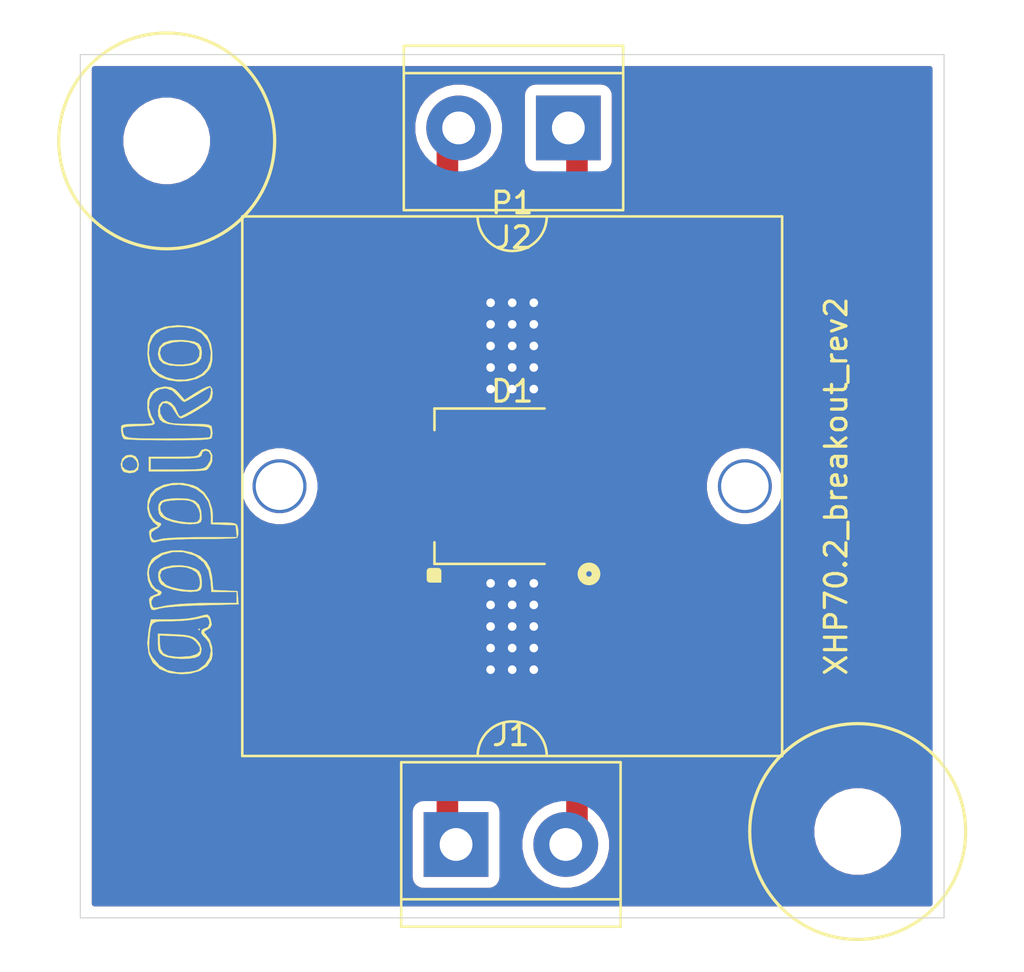
<source format=kicad_pcb>
(kicad_pcb (version 20171130) (host pcbnew "(5.1.0)-1")

  (general
    (thickness 1.6)
    (drawings 15)
    (tracks 71)
    (zones 0)
    (modules 7)
    (nets 6)
  )

  (page A4)
  (layers
    (0 F.Cu signal)
    (31 B.Cu signal)
    (32 B.Adhes user)
    (33 F.Adhes user)
    (34 B.Paste user)
    (35 F.Paste user)
    (36 B.SilkS user)
    (37 F.SilkS user)
    (38 B.Mask user)
    (39 F.Mask user)
    (40 Dwgs.User user)
    (41 Cmts.User user)
    (42 Eco1.User user)
    (43 Eco2.User user)
    (44 Edge.Cuts user)
    (45 Margin user)
    (46 B.CrtYd user)
    (47 F.CrtYd user)
    (48 B.Fab user)
    (49 F.Fab user)
  )

  (setup
    (last_trace_width 0.25)
    (user_trace_width 1)
    (trace_clearance 0.2)
    (zone_clearance 0.508)
    (zone_45_only no)
    (trace_min 0.2)
    (via_size 0.8)
    (via_drill 0.4)
    (via_min_size 0.4)
    (via_min_drill 0.3)
    (uvia_size 0.3)
    (uvia_drill 0.1)
    (uvias_allowed no)
    (uvia_min_size 0.2)
    (uvia_min_drill 0.1)
    (edge_width 0.05)
    (segment_width 0.2)
    (pcb_text_width 0.3)
    (pcb_text_size 1.5 1.5)
    (mod_edge_width 0.12)
    (mod_text_size 1 1)
    (mod_text_width 0.15)
    (pad_size 1.524 1.524)
    (pad_drill 0.762)
    (pad_to_mask_clearance 0.051)
    (solder_mask_min_width 0.25)
    (aux_axis_origin 0 0)
    (grid_origin 10 10)
    (visible_elements 7FFFFFFF)
    (pcbplotparams
      (layerselection 0x010fc_ffffffff)
      (usegerberextensions true)
      (usegerberattributes false)
      (usegerberadvancedattributes false)
      (creategerberjobfile false)
      (excludeedgelayer true)
      (linewidth 0.100000)
      (plotframeref false)
      (viasonmask false)
      (mode 1)
      (useauxorigin false)
      (hpglpennumber 1)
      (hpglpenspeed 20)
      (hpglpendiameter 15.000000)
      (psnegative false)
      (psa4output false)
      (plotreference true)
      (plotvalue true)
      (plotinvisibletext false)
      (padsonsilk false)
      (subtractmaskfromsilk false)
      (outputformat 1)
      (mirror false)
      (drillshape 0)
      (scaleselection 1)
      (outputdirectory "Gerber/"))
  )

  (net 0 "")
  (net 1 "Net-(D1-Pad2)")
  (net 2 "Net-(D1-Pad4)")
  (net 3 "Net-(D1-Pad5)")
  (net 4 "Net-(D1-Pad3)")
  (net 5 "Net-(D1-Pad1)")

  (net_class Default "This is the default net class."
    (clearance 0.2)
    (trace_width 0.25)
    (via_dia 0.8)
    (via_drill 0.4)
    (uvia_dia 0.3)
    (uvia_drill 0.1)
    (add_net "Net-(D1-Pad1)")
    (add_net "Net-(D1-Pad2)")
    (add_net "Net-(D1-Pad3)")
    (add_net "Net-(D1-Pad4)")
    (add_net "Net-(D1-Pad5)")
  )

  (module sense:Appiko_Logo_2 (layer F.Cu) (tedit 5C021CA6) (tstamp 5D602D11)
    (at 14.6 32.9 90)
    (fp_text reference G*** (at 0.07 -4.46 90) (layer F.SilkS) hide
      (effects (font (size 1.524 1.524) (thickness 0.3)))
    )
    (fp_text value Appiko_Logo_2 (at -0.1 -8.89 90) (layer F.SilkS) hide
      (effects (font (size 1.524 1.524) (thickness 0.3)))
    )
    (fp_poly (pts (xy 9.339914 -0.941537) (xy 9.542887 -0.747237) (xy 9.654506 -0.418071) (xy 9.676789 0.050323)
      (xy 9.656832 0.321177) (xy 9.599833 0.674849) (xy 9.501777 0.890187) (xy 9.33804 0.997392)
      (xy 9.083996 1.026665) (xy 9.081584 1.026666) (xy 8.832262 0.997706) (xy 8.671312 0.887341)
      (xy 8.608853 0.803257) (xy 8.510476 0.559845) (xy 8.466278 0.197548) (xy 8.465001 0.134842)
      (xy 8.538462 0.134842) (xy 8.580266 0.468279) (xy 8.670427 0.719898) (xy 8.708408 0.772013)
      (xy 8.92956 0.911168) (xy 9.179984 0.920994) (xy 9.399371 0.807981) (xy 9.488987 0.688)
      (xy 9.578437 0.393662) (xy 9.60196 0.040937) (xy 9.565738 -0.316801) (xy 9.475953 -0.62618)
      (xy 9.338787 -0.833827) (xy 9.310158 -0.855871) (xy 9.079938 -0.918106) (xy 8.833534 -0.849164)
      (xy 8.70469 -0.746572) (xy 8.600525 -0.533563) (xy 8.545165 -0.219432) (xy 8.538462 0.134842)
      (xy 8.465001 0.134842) (xy 8.46247 0.010666) (xy 8.493383 -0.447488) (xy 8.59126 -0.760495)
      (xy 8.763812 -0.941833) (xy 9.018749 -1.004984) (xy 9.04357 -1.005334) (xy 9.339914 -0.941537)) (layer F.SilkS) (width 0.01))
    (fp_poly (pts (xy -3.694667 0.899666) (xy -3.737 0.942) (xy -3.779334 0.899666) (xy -3.737 0.857333)
      (xy -3.694667 0.899666)) (layer F.SilkS) (width 0.01))
    (fp_poly (pts (xy -3.96141 -0.249399) (xy -3.985343 0.151466) (xy -4.025785 0.426898) (xy -4.091848 0.620634)
      (xy -4.168705 0.745434) (xy -4.381655 0.933283) (xy -4.630276 1.01381) (xy -4.860933 0.977293)
      (xy -4.971879 0.891027) (xy -5.048452 0.70357) (xy -5.089769 0.405368) (xy -5.096827 0.051085)
      (xy -5.096665 0.048876) (xy -5.007 0.048876) (xy -4.975807 0.49025) (xy -4.885977 0.787726)
      (xy -4.743132 0.936079) (xy -4.552896 0.930084) (xy -4.320893 0.764515) (xy -4.280926 0.723562)
      (xy -4.176285 0.590314) (xy -4.11041 0.432203) (xy -4.071733 0.20341) (xy -4.048687 -0.141885)
      (xy -4.045812 -0.207771) (xy -4.015957 -0.920667) (xy -4.35019 -0.920667) (xy -4.641785 -0.884712)
      (xy -4.837607 -0.76203) (xy -4.952713 -0.530397) (xy -5.002159 -0.167587) (xy -5.007 0.048876)
      (xy -5.096665 0.048876) (xy -5.070618 -0.304614) (xy -5.012138 -0.607067) (xy -4.941549 -0.775868)
      (xy -4.826779 -0.915666) (xy -4.681971 -0.983863) (xy -4.44589 -1.004689) (xy -4.361625 -1.005334)
      (xy -3.931819 -1.005334) (xy -3.96141 -0.249399)) (layer F.SilkS) (width 0.01))
    (fp_poly (pts (xy 2.046205 -0.976944) (xy 2.195988 -0.881791) (xy 2.286669 -0.680228) (xy 2.331274 -0.348994)
      (xy 2.34155 -0.065247) (xy 2.318248 0.386984) (xy 2.222847 0.700606) (xy 2.041529 0.895997)
      (xy 1.760474 0.993535) (xy 1.612396 1.010026) (xy 1.370691 1.017054) (xy 1.245234 0.981119)
      (xy 1.184122 0.87923) (xy 1.165347 0.811998) (xy 1.145956 0.610205) (xy 1.214909 0.610205)
      (xy 1.244433 0.809306) (xy 1.366384 0.920795) (xy 1.575166 0.946307) (xy 1.815117 0.891354)
      (xy 2.030577 0.76145) (xy 2.064813 0.728048) (xy 2.173426 0.589431) (xy 2.233 0.430682)
      (xy 2.256092 0.198943) (xy 2.256664 -0.079427) (xy 2.236782 -0.411135) (xy 2.193407 -0.671055)
      (xy 2.141173 -0.80109) (xy 1.960413 -0.906656) (xy 1.743063 -0.877374) (xy 1.534971 -0.726309)
      (xy 1.444901 -0.602691) (xy 1.351183 -0.366821) (xy 1.275678 -0.044258) (xy 1.227287 0.302313)
      (xy 1.214909 0.610205) (xy 1.145956 0.610205) (xy 1.135569 0.502126) (xy 1.162347 0.110408)
      (xy 1.235906 -0.289204) (xy 1.346472 -0.622754) (xy 1.358285 -0.647785) (xy 1.485682 -0.859121)
      (xy 1.635297 -0.95745) (xy 1.824295 -0.988948) (xy 2.046205 -0.976944)) (layer F.SilkS) (width 0.01))
    (fp_poly (pts (xy -1.092282 -0.982916) (xy -0.949011 -0.901746) (xy -0.854848 -0.715808) (xy -0.786082 -0.395471)
      (xy -0.774681 -0.321981) (xy -0.761349 0.049421) (xy -0.817102 0.424137) (xy -0.928576 0.739884)
      (xy -1.035952 0.895856) (xy -1.219289 0.986849) (xy -1.503845 1.026207) (xy -1.540102 1.026666)
      (xy -1.777928 1.014709) (xy -1.90033 0.960668) (xy -1.960569 0.837289) (xy -1.968456 0.807471)
      (xy -1.987193 0.610246) (xy -1.917768 0.610246) (xy -1.888234 0.809306) (xy -1.768367 0.913887)
      (xy -1.55906 0.944904) (xy -1.321733 0.905703) (xy -1.117804 0.799631) (xy -1.081347 0.76534)
      (xy -0.949801 0.556292) (xy -0.86244 0.299067) (xy -0.861795 0.29567) (xy -0.837946 -0.000905)
      (xy -0.859543 -0.323218) (xy -0.917719 -0.612177) (xy -1.003603 -0.80869) (xy -1.032211 -0.839772)
      (xy -1.237165 -0.914158) (xy -1.460003 -0.84551) (xy -1.658507 -0.649099) (xy -1.687619 -0.602691)
      (xy -1.781406 -0.366836) (xy -1.856966 -0.044264) (xy -1.905389 0.302328) (xy -1.917768 0.610246)
      (xy -1.987193 0.610246) (xy -1.997516 0.501595) (xy -1.970718 0.113186) (xy -1.89787 -0.284205)
      (xy -1.788781 -0.617029) (xy -1.774382 -0.647785) (xy -1.646985 -0.859121) (xy -1.49737 -0.95745)
      (xy -1.308371 -0.988948) (xy -1.092282 -0.982916)) (layer F.SilkS) (width 0.01))
    (fp_poly (pts (xy 4.173552 -2.657858) (xy 4.325897 -2.48186) (xy 4.357747 -2.245541) (xy 4.283022 -2.049213)
      (xy 4.129235 -1.938936) (xy 3.900544 -1.892356) (xy 3.68418 -1.924333) (xy 3.650166 -1.941402)
      (xy 3.539898 -2.09288) (xy 3.506655 -2.310545) (xy 3.610173 -2.310545) (xy 3.642503 -2.108849)
      (xy 3.672245 -2.062568) (xy 3.809091 -1.952008) (xy 3.972502 -1.96475) (xy 4.100232 -2.024313)
      (xy 4.237168 -2.170512) (xy 4.254484 -2.356671) (xy 4.176009 -2.532772) (xy 4.025573 -2.648795)
      (xy 3.827002 -2.65472) (xy 3.803735 -2.646691) (xy 3.670117 -2.517368) (xy 3.610173 -2.310545)
      (xy 3.506655 -2.310545) (xy 3.504755 -2.322982) (xy 3.552781 -2.554852) (xy 3.580514 -2.606945)
      (xy 3.712171 -2.691324) (xy 3.923079 -2.726885) (xy 3.925333 -2.726889) (xy 4.173552 -2.657858)) (layer F.SilkS) (width 0.01))
    (fp_poly (pts (xy 9.509786 -1.467913) (xy 9.877542 -1.327691) (xy 10.13685 -1.065271) (xy 10.293879 -0.673781)
      (xy 10.354801 -0.146349) (xy 10.355933 -0.01322) (xy 10.302407 0.54392) (xy 10.146944 0.968687)
      (xy 9.883919 1.267985) (xy 9.507709 1.448714) (xy 9.112304 1.51318) (xy 8.746541 1.513141)
      (xy 8.467813 1.448197) (xy 8.328 1.382087) (xy 8.062943 1.146204) (xy 7.877923 0.799741)
      (xy 7.773856 0.381828) (xy 7.76671 0.236863) (xy 7.835373 0.236863) (xy 7.918227 0.659482)
      (xy 8.095846 1.021745) (xy 8.357023 1.2759) (xy 8.717408 1.416791) (xy 9.130597 1.441553)
      (xy 9.525892 1.349901) (xy 9.662273 1.281124) (xy 9.975732 1.02409) (xy 10.171547 0.693046)
      (xy 10.263576 0.258684) (xy 10.275016 -0.014705) (xy 10.241815 -0.494218) (xy 10.131851 -0.852559)
      (xy 9.930491 -1.126078) (xy 9.776707 -1.252659) (xy 9.452886 -1.392015) (xy 9.060946 -1.429081)
      (xy 8.667887 -1.363627) (xy 8.42891 -1.257268) (xy 8.144053 -0.993177) (xy 7.949421 -0.629462)
      (xy 7.846149 -0.206117) (xy 7.835373 0.236863) (xy 7.76671 0.236863) (xy 7.75166 -0.068401)
      (xy 7.812252 -0.511816) (xy 7.956548 -0.909285) (xy 8.185466 -1.221675) (xy 8.265411 -1.288987)
      (xy 8.535318 -1.41859) (xy 8.927186 -1.485832) (xy 9.027411 -1.492809) (xy 9.509786 -1.467913)) (layer F.SilkS) (width 0.01))
    (fp_poly (pts (xy 5.682166 -2.708039) (xy 5.737056 -2.646106) (xy 5.770987 -2.459952) (xy 5.786427 -2.131458)
      (xy 5.788 -1.93062) (xy 5.790653 -1.571237) (xy 5.80207 -1.355624) (xy 5.82744 -1.258254)
      (xy 5.871949 -1.253603) (xy 5.917721 -1.292294) (xy 6.14068 -1.419909) (xy 6.462206 -1.490676)
      (xy 6.817651 -1.492852) (xy 6.93164 -1.476466) (xy 7.234287 -1.342928) (xy 7.43119 -1.085746)
      (xy 7.510469 -0.722216) (xy 7.511035 -0.63297) (xy 7.478013 -0.38394) (xy 7.368225 -0.192051)
      (xy 7.201793 -0.030399) (xy 6.901545 0.229145) (xy 7.240194 0.761776) (xy 7.398638 1.035318)
      (xy 7.503617 1.264659) (xy 7.535104 1.405113) (xy 7.532745 1.414537) (xy 7.419191 1.503915)
      (xy 7.216734 1.531033) (xy 6.994519 1.494415) (xy 6.862555 1.428833) (xy 6.750305 1.304301)
      (xy 6.593269 1.080265) (xy 6.417959 0.801349) (xy 6.250886 0.512183) (xy 6.118561 0.257391)
      (xy 6.047496 0.081602) (xy 6.042 0.047583) (xy 6.111622 -0.060712) (xy 6.282714 -0.179353)
      (xy 6.317951 -0.197003) (xy 6.582425 -0.366416) (xy 6.733115 -0.555937) (xy 6.750412 -0.735685)
      (xy 6.713827 -0.800302) (xy 6.52405 -0.911502) (xy 6.282702 -0.903931) (xy 6.050169 -0.785854)
      (xy 5.963478 -0.697582) (xy 5.885505 -0.579172) (xy 5.834447 -0.436582) (xy 5.804829 -0.2331)
      (xy 5.791174 0.067985) (xy 5.788 0.478692) (xy 5.784256 0.904929) (xy 5.770483 1.190572)
      (xy 5.742862 1.364248) (xy 5.697579 1.454583) (xy 5.654075 1.483274) (xy 5.353225 1.524982)
      (xy 5.131833 1.478593) (xy 5.096003 1.422134) (xy 5.068631 1.274817) (xy 5.048896 1.020907)
      (xy 5.035977 0.644669) (xy 5.029053 0.130367) (xy 5.027296 -0.525556) (xy 5.029734 -0.989676)
      (xy 5.110655 -0.989676) (xy 5.110666 -0.598769) (xy 5.113199 -0.042253) (xy 5.120299 0.456986)
      (xy 5.13122 0.874249) (xy 5.145215 1.184836) (xy 5.161538 1.364048) (xy 5.170998 1.397442)
      (xy 5.292925 1.434526) (xy 5.446164 1.43272) (xy 5.536395 1.417286) (xy 5.598308 1.376744)
      (xy 5.63891 1.282392) (xy 5.665207 1.105528) (xy 5.684205 0.817453) (xy 5.702909 0.389464)
      (xy 5.703333 0.379173) (xy 5.733398 -0.139887) (xy 5.78186 -0.512843) (xy 5.860181 -0.762779)
      (xy 5.979824 -0.912782) (xy 6.152254 -0.985938) (xy 6.388934 -1.005333) (xy 6.39081 -1.005334)
      (xy 6.658353 -0.948937) (xy 6.811169 -0.804747) (xy 6.848434 -0.61027) (xy 6.769328 -0.403009)
      (xy 6.573027 -0.220467) (xy 6.409718 -0.142336) (xy 6.222549 -0.059171) (xy 6.129082 0.012698)
      (xy 6.126666 0.021607) (xy 6.167913 0.125387) (xy 6.27483 0.328859) (xy 6.422184 0.588851)
      (xy 6.584743 0.862189) (xy 6.737271 1.105701) (xy 6.854537 1.276214) (xy 6.874928 1.301833)
      (xy 7.001757 1.383462) (xy 7.186432 1.439187) (xy 7.364691 1.458013) (xy 7.47227 1.428944)
      (xy 7.481333 1.405591) (xy 7.439281 1.31764) (xy 7.328164 1.12596) (xy 7.17054 0.869226)
      (xy 7.142666 0.824942) (xy 6.978929 0.55555) (xy 6.858705 0.338434) (xy 6.804922 0.215369)
      (xy 6.804 0.207939) (xy 6.866151 0.109582) (xy 7.01984 -0.031304) (xy 7.062255 -0.063759)
      (xy 7.33105 -0.33818) (xy 7.43902 -0.639463) (xy 7.388821 -0.939607) (xy 7.188718 -1.226995)
      (xy 6.897572 -1.392) (xy 6.549344 -1.42646) (xy 6.177999 -1.322218) (xy 6.060625 -1.258716)
      (xy 5.90987 -1.173925) (xy 5.809615 -1.154031) (xy 5.74804 -1.221626) (xy 5.71333 -1.399299)
      (xy 5.693667 -1.709641) (xy 5.683836 -1.979) (xy 5.669051 -2.315399) (xy 5.646303 -2.515148)
      (xy 5.605964 -2.610921) (xy 5.538404 -2.635395) (xy 5.491666 -2.631145) (xy 5.370726 -2.611954)
      (xy 5.278523 -2.581172) (xy 5.21116 -2.518024) (xy 5.164744 -2.401736) (xy 5.13538 -2.211531)
      (xy 5.119174 -1.926637) (xy 5.11223 -1.526276) (xy 5.110655 -0.989676) (xy 5.029734 -0.989676)
      (xy 5.030254 -1.088501) (xy 5.037841 -1.596749) (xy 5.049282 -2.025171) (xy 5.063803 -2.348637)
      (xy 5.080627 -2.542015) (xy 5.090796 -2.584165) (xy 5.225197 -2.66558) (xy 5.462823 -2.70922)
      (xy 5.682166 -2.708039)) (layer F.SilkS) (width 0.01))
    (fp_poly (pts (xy 4.264 -0.277741) (xy 4.265717 0.185675) (xy 4.273333 0.507064) (xy 4.290542 0.713718)
      (xy 4.321037 0.832929) (xy 4.368514 0.89199) (xy 4.425505 0.91542) (xy 4.583826 1.028961)
      (xy 4.633564 1.213746) (xy 4.557151 1.398227) (xy 4.546748 1.409156) (xy 4.327092 1.518665)
      (xy 4.050414 1.50309) (xy 3.883 1.433494) (xy 3.7204 1.317891) (xy 3.651463 1.245569)
      (xy 3.62974 1.132526) (xy 3.611149 0.882002) (xy 3.597151 0.525838) (xy 3.589207 0.095878)
      (xy 3.587963 -0.1375) (xy 3.586752 -1.344) (xy 3.671333 -1.344) (xy 3.671333 -0.119632)
      (xy 3.672874 0.362157) (xy 3.680111 0.704184) (xy 3.696966 0.936008) (xy 3.727359 1.08719)
      (xy 3.775211 1.187292) (xy 3.844444 1.265874) (xy 3.856631 1.277368) (xy 4.092292 1.418985)
      (xy 4.331394 1.438933) (xy 4.49445 1.355016) (xy 4.552398 1.211157) (xy 4.501276 1.075378)
      (xy 4.391 1.026666) (xy 4.309358 1.002742) (xy 4.251191 0.915698) (xy 4.212821 0.742625)
      (xy 4.190573 0.460615) (xy 4.180771 0.046759) (xy 4.179333 -0.292592) (xy 4.179333 -1.344)
      (xy 3.671333 -1.344) (xy 3.586752 -1.344) (xy 3.586666 -1.428667) (xy 4.264 -1.428667)
      (xy 4.264 -0.277741)) (layer F.SilkS) (width 0.01))
    (fp_poly (pts (xy -3.760265 -1.434348) (xy -3.698835 -1.421651) (xy -3.271334 -1.329969) (xy -3.269314 -0.469151)
      (xy -3.26019 0.022143) (xy -3.230058 0.407442) (xy -3.170799 0.749593) (xy -3.074293 1.111442)
      (xy -3.058318 1.164087) (xy -3.049238 1.297253) (xy -3.149348 1.387486) (xy -3.284608 1.44194)
      (xy -3.512425 1.485938) (xy -3.670349 1.409474) (xy -3.801605 1.189728) (xy -3.813295 1.162826)
      (xy -3.886801 1.136996) (xy -3.971415 1.213838) (xy -4.213503 1.395608) (xy -4.546538 1.503983)
      (xy -4.902417 1.523687) (xy -5.134 1.474601) (xy -5.433459 1.277254) (xy -5.652053 0.945827)
      (xy -5.780241 0.499818) (xy -5.811334 0.090505) (xy -5.809129 0.069725) (xy -5.726667 0.069725)
      (xy -5.705265 0.425512) (xy -5.648591 0.726862) (xy -5.601359 0.854062) (xy -5.357991 1.180143)
      (xy -5.047376 1.382187) (xy -4.703659 1.446658) (xy -4.360986 1.360025) (xy -4.345268 1.351896)
      (xy -4.151251 1.2098) (xy -4.052184 1.101443) (xy -3.916275 1.004631) (xy -3.774359 1.016194)
      (xy -3.696499 1.126155) (xy -3.694667 1.152358) (xy -3.624983 1.313449) (xy -3.455501 1.384889)
      (xy -3.303171 1.362258) (xy -3.202613 1.313156) (xy -3.16383 1.235978) (xy -3.181091 1.084105)
      (xy -3.239671 0.845557) (xy -3.292235 0.553957) (xy -3.332439 0.161573) (xy -3.354 -0.263156)
      (xy -3.356 -0.42206) (xy -3.358008 -0.823102) (xy -3.382414 -1.086772) (xy -3.456791 -1.244953)
      (xy -3.608713 -1.329528) (xy -3.865753 -1.372381) (xy -4.202667 -1.401048) (xy -4.522514 -1.418146)
      (xy -4.738907 -1.397591) (xy -4.915743 -1.327559) (xy -5.047319 -1.244743) (xy -5.408443 -0.933762)
      (xy -5.625772 -0.575838) (xy -5.719368 -0.13215) (xy -5.726667 0.069725) (xy -5.809129 0.069725)
      (xy -5.751377 -0.47446) (xy -5.573893 -0.918512) (xy -5.282461 -1.239088) (xy -4.880659 -1.433628)
      (xy -4.372068 -1.499568) (xy -3.760265 -1.434348)) (layer F.SilkS) (width 0.01))
    (fp_poly (pts (xy 2.213637 -1.480666) (xy 2.540455 -1.355459) (xy 2.790051 -1.105478) (xy 2.96145 -0.743399)
      (xy 3.048751 -0.310244) (xy 3.046054 0.152959) (xy 2.947457 0.605188) (xy 2.854293 0.826405)
      (xy 2.608168 1.138578) (xy 2.248683 1.376559) (xy 1.825225 1.512918) (xy 1.57906 1.534666)
      (xy 1.216 1.534666) (xy 1.216 2.075941) (xy 1.205268 2.393653) (xy 1.167867 2.577634)
      (xy 1.095992 2.66243) (xy 1.082075 2.668608) (xy 0.873797 2.713002) (xy 0.656133 2.712081)
      (xy 0.513685 2.666593) (xy 0.510444 2.663555) (xy 0.492788 2.564957) (xy 0.47739 2.324291)
      (xy 0.465177 1.968816) (xy 0.457073 1.525791) (xy 0.454004 1.022476) (xy 0.454 1.001211)
      (xy 0.448383 0.383107) (xy 0.432332 -0.147573) (xy 0.407045 -0.567233) (xy 0.373721 -0.852278)
      (xy 0.355768 -0.932557) (xy 0.294735 -1.168144) (xy 0.296685 -1.180726) (xy 0.393073 -1.180726)
      (xy 0.407266 -1.028402) (xy 0.442547 -0.917125) (xy 0.478388 -0.723363) (xy 0.506795 -0.380526)
      (xy 0.526758 0.091246) (xy 0.537269 0.671817) (xy 0.538666 1.002331) (xy 0.538666 2.646062)
      (xy 1.089 2.593) (xy 1.13907 1.45) (xy 1.524572 1.45) (xy 1.840316 1.417284)
      (xy 2.143334 1.336063) (xy 2.205593 1.309767) (xy 2.533734 1.078846) (xy 2.769229 0.761737)
      (xy 2.914742 0.387571) (xy 2.972936 -0.014522) (xy 2.946475 -0.415409) (xy 2.838023 -0.785959)
      (xy 2.650244 -1.097042) (xy 2.385801 -1.319527) (xy 2.04736 -1.424281) (xy 1.955181 -1.428667)
      (xy 1.700278 -1.381058) (xy 1.456377 -1.261128) (xy 1.277289 -1.103225) (xy 1.216 -0.956855)
      (xy 1.174845 -0.858044) (xy 1.077197 -0.880131) (xy 0.961781 -1.003988) (xy 0.903602 -1.111167)
      (xy 0.769835 -1.301514) (xy 0.598531 -1.329799) (xy 0.463714 -1.267129) (xy 0.393073 -1.180726)
      (xy 0.296685 -1.180726) (xy 0.314161 -1.293435) (xy 0.441386 -1.35892) (xy 0.606548 -1.395677)
      (xy 0.800703 -1.414013) (xy 0.904914 -1.341347) (xy 0.959999 -1.222262) (xy 1.046249 -0.995407)
      (xy 1.24194 -1.22291) (xy 1.50348 -1.408923) (xy 1.847338 -1.496879) (xy 2.213637 -1.480666)) (layer F.SilkS) (width 0.01))
    (fp_poly (pts (xy -0.796943 -1.455126) (xy -0.510377 -1.311381) (xy -0.422757 -1.227734) (xy -0.20047 -0.854837)
      (xy -0.084087 -0.407762) (xy -0.070307 0.069854) (xy -0.155828 0.534375) (xy -0.337348 0.942165)
      (xy -0.610098 1.248469) (xy -0.897887 1.409092) (xy -1.267708 1.496601) (xy -1.402053 1.511521)
      (xy -1.909452 1.55753) (xy -1.959 2.677666) (xy -2.265596 2.703294) (xy -2.572191 2.728921)
      (xy -2.617524 1.052294) (xy -2.639356 0.439233) (xy -2.668746 -0.094403) (xy -2.703821 -0.52406)
      (xy -2.742708 -0.825182) (xy -2.769612 -0.941762) (xy -2.836771 -1.172682) (xy -2.830155 -1.213536)
      (xy -2.729603 -1.213536) (xy -2.725088 -1.060672) (xy -2.623899 -0.581663) (xy -2.554524 0.057711)
      (xy -2.517494 0.851398) (xy -2.511036 1.3865) (xy -2.509334 2.635333) (xy -2.001334 2.635333)
      (xy -2.001334 1.470352) (xy -1.508964 1.434737) (xy -1.014365 1.33612) (xy -0.633857 1.116053)
      (xy -0.356919 0.767743) (xy -0.299994 0.654042) (xy -0.155217 0.163304) (xy -0.150761 -0.329188)
      (xy -0.281812 -0.784285) (xy -0.520399 -1.138925) (xy -0.733463 -1.330582) (xy -0.9384 -1.414279)
      (xy -1.13208 -1.428667) (xy -1.414643 -1.382968) (xy -1.672712 -1.265898) (xy -1.856333 -1.107499)
      (xy -1.916667 -0.956855) (xy -1.984575 -0.84997) (xy -2.043667 -0.836) (xy -2.148709 -0.905893)
      (xy -2.170667 -0.994967) (xy -2.241514 -1.199024) (xy -2.416928 -1.308537) (xy -2.597678 -1.3005)
      (xy -2.729603 -1.213536) (xy -2.830155 -1.213536) (xy -2.816862 -1.295614) (xy -2.682275 -1.361121)
      (xy -2.521203 -1.39666) (xy -2.326375 -1.416581) (xy -2.220669 -1.344436) (xy -2.151223 -1.191815)
      (xy -2.080843 -1.022532) (xy -2.031786 -0.998021) (xy -1.968029 -1.103726) (xy -1.962178 -1.115438)
      (xy -1.76862 -1.330223) (xy -1.476362 -1.460878) (xy -1.135704 -1.503736) (xy -0.796943 -1.455126)) (layer F.SilkS) (width 0.01))
  )

  (module sense:LED_Cree-XHP70 locked (layer F.Cu) (tedit 5D514C69) (tstamp 5D5FD571)
    (at 30 30)
    (descr "Cree XHP70 LED, 12V version, http://www.cree.com/~/media/Files/Cree/LED%20Components%20and%20Modules/XLamp/Data%20and%20Binning/ds%20XHP70.pdf")
    (tags "LED Cree XHP70")
    (path /5D52B1AA)
    (attr smd)
    (fp_text reference D1 (at 0 -4.4) (layer F.SilkS)
      (effects (font (size 1 1) (thickness 0.15)))
    )
    (fp_text value XHP70.2 (at 0 5.969) (layer F.Fab)
      (effects (font (size 1 1) (thickness 0.15)))
    )
    (fp_line (start -2.75 0) (end 2.75 0) (layer F.Fab) (width 0.1))
    (fp_line (start -0.5 -1.75) (end 0.5 -1.75) (layer F.Fab) (width 0.1))
    (fp_line (start -0.5 -2.5) (end -1.75 -1.75) (layer F.Fab) (width 0.1))
    (fp_line (start -0.5 -1) (end -0.5 -2.5) (layer F.Fab) (width 0.1))
    (fp_line (start -1.75 -1.75) (end -0.5 -1) (layer F.Fab) (width 0.1))
    (fp_line (start -1.75 -1.75) (end -1.75 -1) (layer F.Fab) (width 0.1))
    (fp_line (start -1.75 -1.75) (end -1.75 -2.5) (layer F.Fab) (width 0.1))
    (fp_line (start -2.75 -1.75) (end -1.75 -1.75) (layer F.Fab) (width 0.1))
    (fp_line (start 0.5 -2.5) (end 0.5 -1) (layer F.Fab) (width 0.1))
    (fp_line (start 0.5 -1.75) (end 1.75 -2.5) (layer F.Fab) (width 0.1))
    (fp_line (start 1.75 -1) (end 0.5 -1.75) (layer F.Fab) (width 0.1))
    (fp_line (start 1.75 -1.75) (end 1.75 -1) (layer F.Fab) (width 0.1))
    (fp_line (start 1.75 -1.75) (end 1.75 -2.5) (layer F.Fab) (width 0.1))
    (fp_line (start 2.75 -1.75) (end 1.75 -1.75) (layer F.Fab) (width 0.1))
    (fp_line (start -3.6 -3.6) (end -3.6 -2.6) (layer F.SilkS) (width 0.12))
    (fp_line (start 1.5 -3.6) (end -3.6 -3.6) (layer F.SilkS) (width 0.12))
    (fp_line (start -3.6 3.6) (end -3.6 2.6) (layer F.SilkS) (width 0.12))
    (fp_line (start 1.5 3.6) (end -3.6 3.6) (layer F.SilkS) (width 0.12))
    (fp_line (start 3.7 3.7) (end 3.7 -3.7) (layer F.CrtYd) (width 0.05))
    (fp_line (start -3.7 3.7) (end 3.7 3.7) (layer F.CrtYd) (width 0.05))
    (fp_line (start -3.7 -3.7) (end -3.7 3.7) (layer F.CrtYd) (width 0.05))
    (fp_line (start 3.7 -3.7) (end -3.7 -3.7) (layer F.CrtYd) (width 0.05))
    (fp_line (start 3.5 3.5) (end 3.5 -3.5) (layer F.Fab) (width 0.1))
    (fp_line (start -3.5 3.5) (end 3.5 3.5) (layer F.Fab) (width 0.1))
    (fp_line (start -3.5 -3.5) (end -3.5 3.5) (layer F.Fab) (width 0.1))
    (fp_line (start 3.5 -3.5) (end -3.5 -3.5) (layer F.Fab) (width 0.1))
    (fp_line (start -0.5 1.75) (end 0.5 1.75) (layer F.Fab) (width 0.1))
    (fp_line (start 2.75 1.75) (end 1.75 1.75) (layer F.Fab) (width 0.1))
    (fp_line (start 1.75 1.75) (end 1.75 1) (layer F.Fab) (width 0.1))
    (fp_line (start 1.75 1.75) (end 1.75 2.5) (layer F.Fab) (width 0.1))
    (fp_line (start 1.75 2.5) (end 0.5 1.75) (layer F.Fab) (width 0.1))
    (fp_line (start 0.5 1.75) (end 1.75 1) (layer F.Fab) (width 0.1))
    (fp_line (start 0.5 1) (end 0.5 2.5) (layer F.Fab) (width 0.1))
    (fp_line (start -2.75 1.75) (end -1.75 1.75) (layer F.Fab) (width 0.1))
    (fp_line (start -1.75 1.75) (end -1.75 1) (layer F.Fab) (width 0.1))
    (fp_line (start -1.75 1.75) (end -1.75 2.5) (layer F.Fab) (width 0.1))
    (fp_line (start -1.75 1.75) (end -0.5 2.5) (layer F.Fab) (width 0.1))
    (fp_line (start -0.5 2.5) (end -0.5 1) (layer F.Fab) (width 0.1))
    (fp_line (start -0.5 1) (end -1.75 1.75) (layer F.Fab) (width 0.1))
    (fp_text user %R (at 0 0) (layer F.Fab)
      (effects (font (size 1 1) (thickness 0.1)))
    )
    (fp_poly (pts (xy -3.81 3.937) (xy -3.81 4.318) (xy -3.429 4.318) (xy -3.429 3.937)
      (xy -3.683 3.937)) (layer F.SilkS) (width 0.3))
    (fp_circle (center 3.556 4.064) (end 3.683 4.064) (layer F.SilkS) (width 0.4))
    (pad 2 smd rect (at -3 1.815) (size 0.7 3.13) (layers F.Cu F.Paste F.Mask)
      (net 1 "Net-(D1-Pad2)"))
    (pad 4 smd rect (at 3 -1.815) (size 0.7 3.13) (layers F.Cu F.Paste F.Mask)
      (net 2 "Net-(D1-Pad4)"))
    (pad 5 smd rect (at 0 0) (size 3.9 6.76) (layers F.Cu F.Mask)
      (net 3 "Net-(D1-Pad5)"))
    (pad 3 smd rect (at 3 1.815) (size 0.7 3.13) (layers F.Cu B.Paste F.Mask)
      (net 4 "Net-(D1-Pad3)"))
    (pad 1 smd rect (at -3 -1.815) (size 0.7 3.13) (layers F.Cu F.Paste F.Mask)
      (net 5 "Net-(D1-Pad1)"))
    (pad 3 smd rect (at -0.77 -2.31) (size 1.29 1.29) (layers F.Paste)
      (net 4 "Net-(D1-Pad3)"))
    (pad 3 smd rect (at 0.77 -2.31) (size 1.29 1.29) (layers F.Paste)
      (net 4 "Net-(D1-Pad3)"))
    (pad 3 smd rect (at -0.77 -0.77) (size 1.29 1.29) (layers F.Paste)
      (net 4 "Net-(D1-Pad3)"))
    (pad 3 smd rect (at 0.77 -0.77) (size 1.29 1.29) (layers F.Paste)
      (net 4 "Net-(D1-Pad3)"))
    (pad 3 smd rect (at -0.77 0.77) (size 1.29 1.29) (layers F.Paste)
      (net 4 "Net-(D1-Pad3)"))
    (pad 3 smd rect (at 0.77 0.77) (size 1.29 1.29) (layers F.Paste)
      (net 4 "Net-(D1-Pad3)"))
    (pad 3 smd rect (at -0.77 2.31) (size 1.29 1.29) (layers F.Paste)
      (net 4 "Net-(D1-Pad3)"))
    (pad 3 smd rect (at 0.77 2.31) (size 1.29 1.29) (layers F.Paste)
      (net 4 "Net-(D1-Pad3)"))
    (model ${KISYS3DMOD}/LED_SMD.3dshapes/LED_Cree-XHP70_12V.wrl
      (at (xyz 0 0 0))
      (scale (xyz 1 1 1))
      (rotate (xyz 0 0 0))
    )
  )

  (module sense:TerminalBlock_bornier-2_P5.08mm locked (layer F.Cu) (tedit 59FF03AB) (tstamp 5D5FD586)
    (at 27.4 46.6)
    (descr "simple 2-pin terminal block, pitch 5.08mm, revamped version of bornier2")
    (tags "terminal block bornier2")
    (path /5D52BEAE)
    (fp_text reference J1 (at 2.54 -5.08) (layer F.SilkS)
      (effects (font (size 1 1) (thickness 0.15)))
    )
    (fp_text value Screw_Terminal_01x02 (at 2.54 5.08) (layer F.Fab)
      (effects (font (size 1 1) (thickness 0.15)))
    )
    (fp_text user %R (at 2.54 0) (layer F.Fab)
      (effects (font (size 1 1) (thickness 0.15)))
    )
    (fp_line (start -2.41 2.55) (end 7.49 2.55) (layer F.Fab) (width 0.1))
    (fp_line (start -2.46 -3.75) (end -2.46 3.75) (layer F.Fab) (width 0.1))
    (fp_line (start -2.46 3.75) (end 7.54 3.75) (layer F.Fab) (width 0.1))
    (fp_line (start 7.54 3.75) (end 7.54 -3.75) (layer F.Fab) (width 0.1))
    (fp_line (start 7.54 -3.75) (end -2.46 -3.75) (layer F.Fab) (width 0.1))
    (fp_line (start 7.62 2.54) (end -2.54 2.54) (layer F.SilkS) (width 0.12))
    (fp_line (start 7.62 3.81) (end 7.62 -3.81) (layer F.SilkS) (width 0.12))
    (fp_line (start 7.62 -3.81) (end -2.54 -3.81) (layer F.SilkS) (width 0.12))
    (fp_line (start -2.54 -3.81) (end -2.54 3.81) (layer F.SilkS) (width 0.12))
    (fp_line (start -2.54 3.81) (end 7.62 3.81) (layer F.SilkS) (width 0.12))
    (fp_line (start -2.71 -4) (end 7.79 -4) (layer F.CrtYd) (width 0.05))
    (fp_line (start -2.71 -4) (end -2.71 4) (layer F.CrtYd) (width 0.05))
    (fp_line (start 7.79 4) (end 7.79 -4) (layer F.CrtYd) (width 0.05))
    (fp_line (start 7.79 4) (end -2.71 4) (layer F.CrtYd) (width 0.05))
    (pad 1 thru_hole rect (at 0 0) (size 3 3) (drill 1.52) (layers *.Cu *.Mask)
      (net 1 "Net-(D1-Pad2)"))
    (pad 2 thru_hole circle (at 5.08 0) (size 3 3) (drill 1.52) (layers *.Cu *.Mask)
      (net 4 "Net-(D1-Pad3)"))
    (model ${KISYS3DMOD}/TerminalBlock.3dshapes/TerminalBlock_bornier-2_P5.08mm.wrl
      (offset (xyz 2.539999961853027 0 0))
      (scale (xyz 1 1 1))
      (rotate (xyz 0 0 0))
    )
  )

  (module sense:TerminalBlock_bornier-2_P5.08mm locked (layer F.Cu) (tedit 59FF03AB) (tstamp 5D5FD59B)
    (at 32.6 13.4 180)
    (descr "simple 2-pin terminal block, pitch 5.08mm, revamped version of bornier2")
    (tags "terminal block bornier2")
    (path /5D52DB76)
    (fp_text reference J2 (at 2.54 -5.08 180) (layer F.SilkS)
      (effects (font (size 1 1) (thickness 0.15)))
    )
    (fp_text value Screw_Terminal_01x02 (at 2.54 5.08 180) (layer F.Fab)
      (effects (font (size 1 1) (thickness 0.15)))
    )
    (fp_line (start 7.79 4) (end -2.71 4) (layer F.CrtYd) (width 0.05))
    (fp_line (start 7.79 4) (end 7.79 -4) (layer F.CrtYd) (width 0.05))
    (fp_line (start -2.71 -4) (end -2.71 4) (layer F.CrtYd) (width 0.05))
    (fp_line (start -2.71 -4) (end 7.79 -4) (layer F.CrtYd) (width 0.05))
    (fp_line (start -2.54 3.81) (end 7.62 3.81) (layer F.SilkS) (width 0.12))
    (fp_line (start -2.54 -3.81) (end -2.54 3.81) (layer F.SilkS) (width 0.12))
    (fp_line (start 7.62 -3.81) (end -2.54 -3.81) (layer F.SilkS) (width 0.12))
    (fp_line (start 7.62 3.81) (end 7.62 -3.81) (layer F.SilkS) (width 0.12))
    (fp_line (start 7.62 2.54) (end -2.54 2.54) (layer F.SilkS) (width 0.12))
    (fp_line (start 7.54 -3.75) (end -2.46 -3.75) (layer F.Fab) (width 0.1))
    (fp_line (start 7.54 3.75) (end 7.54 -3.75) (layer F.Fab) (width 0.1))
    (fp_line (start -2.46 3.75) (end 7.54 3.75) (layer F.Fab) (width 0.1))
    (fp_line (start -2.46 -3.75) (end -2.46 3.75) (layer F.Fab) (width 0.1))
    (fp_line (start -2.41 2.55) (end 7.49 2.55) (layer F.Fab) (width 0.1))
    (fp_text user %R (at 2.54 0 180) (layer F.Fab)
      (effects (font (size 1 1) (thickness 0.15)))
    )
    (pad 2 thru_hole circle (at 5.08 0 180) (size 3 3) (drill 1.52) (layers *.Cu *.Mask)
      (net 5 "Net-(D1-Pad1)"))
    (pad 1 thru_hole rect (at 0 0 180) (size 3 3) (drill 1.52) (layers *.Cu *.Mask)
      (net 2 "Net-(D1-Pad4)"))
    (model ${KISYS3DMOD}/TerminalBlock.3dshapes/TerminalBlock_bornier-2_P5.08mm.wrl
      (offset (xyz 2.539999961853027 0 0))
      (scale (xyz 1 1 1))
      (rotate (xyz 0 0 0))
    )
  )

  (module sense:MountingHole_3mm locked (layer F.Cu) (tedit 5C6E53E1) (tstamp 5D5FD5A4)
    (at 14 14)
    (descr "Mounting Hole 3mm, no annular")
    (tags "mounting hole 3mm no annular")
    (path /5D60066C)
    (attr virtual)
    (fp_text reference MK1 (at 0 -4) (layer F.SilkS) hide
      (effects (font (size 1 1) (thickness 0.15)))
    )
    (fp_text value Mounting_Hole_3mm (at 0 4) (layer F.Fab)
      (effects (font (size 1 1) (thickness 0.15)))
    )
    (fp_text user %R (at 0.3 0) (layer F.Fab)
      (effects (font (size 1 1) (thickness 0.15)))
    )
    (fp_circle (center 0 0) (end 5 0) (layer Cmts.User) (width 0.15))
    (fp_circle (center 0 0) (end 3.25 0) (layer F.CrtYd) (width 0.05))
    (fp_circle (center 0 0) (end 5 0) (layer F.SilkS) (width 0.15))
    (pad 1 np_thru_hole circle (at 0 0) (size 3 3) (drill 3) (layers *.Cu *.Mask))
  )

  (module sense:MountingHole_3mm locked (layer F.Cu) (tedit 5C6E53E1) (tstamp 5D5FD5AD)
    (at 46 46)
    (descr "Mounting Hole 3mm, no annular")
    (tags "mounting hole 3mm no annular")
    (path /5D6013E8)
    (attr virtual)
    (fp_text reference MK2 (at 0 -4) (layer F.SilkS) hide
      (effects (font (size 1 1) (thickness 0.15)))
    )
    (fp_text value Mounting_Hole_3mm (at 0 4) (layer F.Fab)
      (effects (font (size 1 1) (thickness 0.15)))
    )
    (fp_circle (center 0 0) (end 5 0) (layer F.SilkS) (width 0.15))
    (fp_circle (center 0 0) (end 3.25 0) (layer F.CrtYd) (width 0.05))
    (fp_circle (center 0 0) (end 5 0) (layer Cmts.User) (width 0.15))
    (fp_text user %R (at 0.3 0) (layer F.Fab)
      (effects (font (size 1 1) (thickness 0.15)))
    )
    (pad 1 np_thru_hole circle (at 0 0) (size 3 3) (drill 3) (layers *.Cu *.Mask))
  )

  (module sense:CA16372_HB-SQ-WWW (layer F.Cu) (tedit 5D5FD237) (tstamp 5D5FD5B9)
    (at 30 30)
    (path /5D5FD5AB)
    (fp_text reference P1 (at 0 -13.125) (layer F.SilkS)
      (effects (font (size 1 1) (thickness 0.15)))
    )
    (fp_text value CA16372_HB-SQ-WWW (at 0 -14.45) (layer F.Fab)
      (effects (font (size 1 1) (thickness 0.15)))
    )
    (fp_line (start -12.5 12.5) (end 12.5 12.5) (layer F.SilkS) (width 0.12))
    (fp_line (start 12.5 12.5) (end 12.5 -12.5) (layer F.SilkS) (width 0.12))
    (fp_line (start -12.5 12.5) (end -12.5 -12.5) (layer F.SilkS) (width 0.12))
    (fp_line (start -12.5 -12.5) (end 12.5 -12.5) (layer F.SilkS) (width 0.12))
    (fp_arc (start 0 -12.5) (end 1.6 -12.5) (angle 180) (layer F.SilkS) (width 0.12))
    (fp_arc (start 0 12.5) (end 1.6 12.5) (angle -180) (layer F.SilkS) (width 0.12))
    (pad "" np_thru_hole circle (at -10.775 0) (size 2.5 2.5) (drill 2.2) (layers *.Cu *.Mask))
    (pad "" np_thru_hole circle (at 10.775 0) (size 2.5 2.5) (drill 2.2) (layers *.Cu *.Mask))
  )

  (gr_text XHP70.2_breakout_rev2 (at 45 30 90) (layer F.SilkS)
    (effects (font (size 1 1) (thickness 0.15)))
  )
  (gr_circle (center 40.8 30) (end 40.8 28) (layer Dwgs.User) (width 0.15))
  (gr_circle (center 19.2 30) (end 19 28) (layer Dwgs.User) (width 0.15))
  (gr_line (start 30 30) (end 17.5 30) (layer Dwgs.User) (width 0.15))
  (gr_line (start 30 30) (end 30 17.5) (layer Dwgs.User) (width 0.15))
  (gr_line (start 30 30) (end 30 42.5) (layer Dwgs.User) (width 0.15))
  (gr_line (start 30 30) (end 42.5 30) (layer Dwgs.User) (width 0.15))
  (gr_line (start 50 10) (end 10 10) (layer Margin) (width 0.15) (tstamp 5D5FCBC3))
  (gr_line (start 50 50) (end 50 10) (layer Margin) (width 0.15))
  (gr_line (start 10 50) (end 50 50) (layer Margin) (width 0.15))
  (gr_line (start 10 10) (end 10 50) (layer Margin) (width 0.15))
  (gr_line (start 50 10) (end 10 10) (layer Edge.Cuts) (width 0.05) (tstamp 5D5FCBAD))
  (gr_line (start 50 50) (end 50 10) (layer Edge.Cuts) (width 0.05))
  (gr_line (start 10 50) (end 50 50) (layer Edge.Cuts) (width 0.05))
  (gr_line (start 10 10) (end 10 50) (layer Edge.Cuts) (width 0.05))

  (segment (start 27 46.2) (end 27.4 46.6) (width 1) (layer F.Cu) (net 1))
  (segment (start 27 31.815) (end 27 46.2) (width 1) (layer F.Cu) (net 1))
  (segment (start 33 13.8) (end 32.6 13.4) (width 1) (layer F.Cu) (net 2))
  (segment (start 33 28.185) (end 33 13.8) (width 1) (layer F.Cu) (net 2))
  (via (at 30 25.5) (size 0.8) (drill 0.4) (layers F.Cu B.Cu) (net 3))
  (segment (start 30 30) (end 30 25.5) (width 0.25) (layer F.Cu) (net 3))
  (via (at 31 25.5) (size 0.8) (drill 0.4) (layers F.Cu B.Cu) (net 3))
  (segment (start 30 25.5) (end 31 25.5) (width 0.25) (layer B.Cu) (net 3))
  (via (at 31 24.5) (size 0.8) (drill 0.4) (layers F.Cu B.Cu) (net 3))
  (segment (start 31 25.5) (end 31 24.5) (width 0.25) (layer F.Cu) (net 3))
  (via (at 30 24.5) (size 0.8) (drill 0.4) (layers F.Cu B.Cu) (net 3))
  (segment (start 31 24.5) (end 30 24.5) (width 0.25) (layer B.Cu) (net 3))
  (via (at 30 23.5) (size 0.8) (drill 0.4) (layers F.Cu B.Cu) (net 3))
  (segment (start 30 24.5) (end 30 23.5) (width 0.25) (layer F.Cu) (net 3))
  (via (at 31 23.5) (size 0.8) (drill 0.4) (layers F.Cu B.Cu) (net 3))
  (segment (start 30 23.5) (end 31 23.5) (width 0.25) (layer B.Cu) (net 3))
  (via (at 31 22.5) (size 0.8) (drill 0.4) (layers F.Cu B.Cu) (net 3))
  (segment (start 31 23.5) (end 31 22.5) (width 0.25) (layer F.Cu) (net 3))
  (via (at 30 22.5) (size 0.8) (drill 0.4) (layers F.Cu B.Cu) (net 3))
  (segment (start 31 22.5) (end 30 22.5) (width 0.25) (layer B.Cu) (net 3))
  (via (at 30 21.5) (size 0.8) (drill 0.4) (layers F.Cu B.Cu) (net 3))
  (segment (start 30 22.5) (end 30 21.5) (width 0.25) (layer F.Cu) (net 3))
  (via (at 31 21.5) (size 0.8) (drill 0.4) (layers F.Cu B.Cu) (net 3))
  (segment (start 30 21.5) (end 31 21.5) (width 0.25) (layer B.Cu) (net 3))
  (via (at 29 21.5) (size 0.8) (drill 0.4) (layers F.Cu B.Cu) (net 3))
  (segment (start 30 21.5) (end 29 21.5) (width 0.25) (layer F.Cu) (net 3))
  (via (at 29 22.5) (size 0.8) (drill 0.4) (layers F.Cu B.Cu) (net 3))
  (segment (start 29 21.5) (end 29 22.5) (width 0.25) (layer B.Cu) (net 3))
  (via (at 29 23.5) (size 0.8) (drill 0.4) (layers F.Cu B.Cu) (net 3))
  (segment (start 29 22.5) (end 29 23.5) (width 0.25) (layer F.Cu) (net 3))
  (via (at 29 24.5) (size 0.8) (drill 0.4) (layers F.Cu B.Cu) (net 3))
  (segment (start 29 23.5) (end 29 24.5) (width 0.25) (layer B.Cu) (net 3))
  (via (at 29 25.5) (size 0.8) (drill 0.4) (layers F.Cu B.Cu) (net 3))
  (segment (start 29 24.5) (end 29 25.5) (width 0.25) (layer F.Cu) (net 3))
  (segment (start 29 25.5) (end 30 25.5) (width 0.25) (layer B.Cu) (net 3))
  (via (at 30 34.5) (size 0.8) (drill 0.4) (layers F.Cu B.Cu) (net 3))
  (segment (start 30 30) (end 30 33.63) (width 0.25) (layer F.Cu) (net 3))
  (segment (start 30 33.63) (end 30 34.5) (width 0.25) (layer F.Cu) (net 3))
  (via (at 29 34.5) (size 0.8) (drill 0.4) (layers F.Cu B.Cu) (net 3))
  (segment (start 30 34.5) (end 29 34.5) (width 0.25) (layer B.Cu) (net 3))
  (via (at 29 35.5) (size 0.8) (drill 0.4) (layers F.Cu B.Cu) (net 3))
  (segment (start 29 34.5) (end 29 35.5) (width 0.25) (layer F.Cu) (net 3))
  (via (at 30 35.5) (size 0.8) (drill 0.4) (layers F.Cu B.Cu) (net 3))
  (segment (start 29 35.5) (end 30 35.5) (width 0.25) (layer B.Cu) (net 3))
  (via (at 30 36.5) (size 0.8) (drill 0.4) (layers F.Cu B.Cu) (net 3))
  (segment (start 30 35.5) (end 30 36.5) (width 0.25) (layer F.Cu) (net 3))
  (via (at 29 36.5) (size 0.8) (drill 0.4) (layers F.Cu B.Cu) (net 3))
  (segment (start 30 36.5) (end 29 36.5) (width 0.25) (layer F.Cu) (net 3))
  (via (at 29 37.5) (size 0.8) (drill 0.4) (layers F.Cu B.Cu) (net 3))
  (segment (start 29 36.5) (end 29 37.5) (width 0.25) (layer B.Cu) (net 3))
  (via (at 30 37.5) (size 0.8) (drill 0.4) (layers F.Cu B.Cu) (net 3))
  (segment (start 29 37.5) (end 30 37.5) (width 0.25) (layer F.Cu) (net 3))
  (via (at 30 38.5) (size 0.8) (drill 0.4) (layers F.Cu B.Cu) (net 3))
  (segment (start 30 37.5) (end 30 38.5) (width 0.25) (layer B.Cu) (net 3))
  (via (at 29 38.5) (size 0.8) (drill 0.4) (layers F.Cu B.Cu) (net 3))
  (segment (start 30 38.5) (end 29 38.5) (width 0.25) (layer F.Cu) (net 3))
  (via (at 31 38.5) (size 0.8) (drill 0.4) (layers F.Cu B.Cu) (net 3))
  (segment (start 30 38.5) (end 31 38.5) (width 0.25) (layer B.Cu) (net 3))
  (via (at 31 37.5) (size 0.8) (drill 0.4) (layers F.Cu B.Cu) (net 3))
  (segment (start 31 38.5) (end 31 37.5) (width 0.25) (layer F.Cu) (net 3))
  (via (at 31 36.5) (size 0.8) (drill 0.4) (layers F.Cu B.Cu) (net 3))
  (segment (start 31 37.5) (end 31 36.5) (width 0.25) (layer B.Cu) (net 3))
  (via (at 31 35.5) (size 0.8) (drill 0.4) (layers F.Cu B.Cu) (net 3))
  (segment (start 31 36.5) (end 31 35.5) (width 0.25) (layer F.Cu) (net 3))
  (via (at 31 34.5) (size 0.8) (drill 0.4) (layers F.Cu B.Cu) (net 3))
  (segment (start 31 35.5) (end 31 34.5) (width 0.25) (layer B.Cu) (net 3))
  (segment (start 31 34.5) (end 30 34.5) (width 0.25) (layer F.Cu) (net 3))
  (segment (start 33 46.08) (end 32.48 46.6) (width 1) (layer F.Cu) (net 4))
  (segment (start 33 31.815) (end 33 46.08) (width 1) (layer F.Cu) (net 4))
  (segment (start 27 13.92) (end 27.52 13.4) (width 1) (layer F.Cu) (net 5))
  (segment (start 27 28.185) (end 27 13.92) (width 1) (layer F.Cu) (net 5))

  (zone (net 3) (net_name "Net-(D1-Pad5)") (layer F.Cu) (tstamp 5D602D5F) (hatch edge 0.508)
    (connect_pads (clearance 0.508))
    (min_thickness 0.254)
    (fill yes (arc_segments 32) (thermal_gap 0.508) (thermal_bridge_width 0.508))
    (polygon
      (pts
        (xy 10 10) (xy 10 50) (xy 50 50) (xy 50 10)
      )
    )
    (filled_polygon
      (pts
        (xy 49.34 49.34) (xy 10.66 49.34) (xy 10.66 45.1) (xy 25.261928 45.1) (xy 25.261928 48.1)
        (xy 25.274188 48.224482) (xy 25.310498 48.34418) (xy 25.369463 48.454494) (xy 25.448815 48.551185) (xy 25.545506 48.630537)
        (xy 25.65582 48.689502) (xy 25.775518 48.725812) (xy 25.9 48.738072) (xy 28.9 48.738072) (xy 29.024482 48.725812)
        (xy 29.14418 48.689502) (xy 29.254494 48.630537) (xy 29.351185 48.551185) (xy 29.430537 48.454494) (xy 29.489502 48.34418)
        (xy 29.525812 48.224482) (xy 29.538072 48.1) (xy 29.538072 45.1) (xy 29.525812 44.975518) (xy 29.489502 44.85582)
        (xy 29.430537 44.745506) (xy 29.351185 44.648815) (xy 29.254494 44.569463) (xy 29.14418 44.510498) (xy 29.024482 44.474188)
        (xy 28.9 44.461928) (xy 28.135 44.461928) (xy 28.135 34.017915) (xy 29.71425 34.015) (xy 29.873 33.85625)
        (xy 29.873 30.127) (xy 29.853 30.127) (xy 29.853 29.873) (xy 29.873 29.873) (xy 29.873 26.14375)
        (xy 30.127 26.14375) (xy 30.127 29.873) (xy 30.147 29.873) (xy 30.147 30.127) (xy 30.127 30.127)
        (xy 30.127 33.85625) (xy 30.28575 34.015) (xy 31.865 34.017915) (xy 31.865001 44.545504) (xy 31.857244 44.547047)
        (xy 31.468698 44.707988) (xy 31.119017 44.941637) (xy 30.821637 45.239017) (xy 30.587988 45.588698) (xy 30.427047 45.977244)
        (xy 30.345 46.389721) (xy 30.345 46.810279) (xy 30.427047 47.222756) (xy 30.587988 47.611302) (xy 30.821637 47.960983)
        (xy 31.119017 48.258363) (xy 31.468698 48.492012) (xy 31.857244 48.652953) (xy 32.269721 48.735) (xy 32.690279 48.735)
        (xy 33.102756 48.652953) (xy 33.491302 48.492012) (xy 33.840983 48.258363) (xy 34.138363 47.960983) (xy 34.372012 47.611302)
        (xy 34.532953 47.222756) (xy 34.615 46.810279) (xy 34.615 46.389721) (xy 34.532953 45.977244) (xy 34.455279 45.789721)
        (xy 43.865 45.789721) (xy 43.865 46.210279) (xy 43.947047 46.622756) (xy 44.107988 47.011302) (xy 44.341637 47.360983)
        (xy 44.639017 47.658363) (xy 44.988698 47.892012) (xy 45.377244 48.052953) (xy 45.789721 48.135) (xy 46.210279 48.135)
        (xy 46.622756 48.052953) (xy 47.011302 47.892012) (xy 47.360983 47.658363) (xy 47.658363 47.360983) (xy 47.892012 47.011302)
        (xy 48.052953 46.622756) (xy 48.135 46.210279) (xy 48.135 45.789721) (xy 48.052953 45.377244) (xy 47.892012 44.988698)
        (xy 47.658363 44.639017) (xy 47.360983 44.341637) (xy 47.011302 44.107988) (xy 46.622756 43.947047) (xy 46.210279 43.865)
        (xy 45.789721 43.865) (xy 45.377244 43.947047) (xy 44.988698 44.107988) (xy 44.639017 44.341637) (xy 44.341637 44.639017)
        (xy 44.107988 44.988698) (xy 43.947047 45.377244) (xy 43.865 45.789721) (xy 34.455279 45.789721) (xy 34.372012 45.588698)
        (xy 34.138363 45.239017) (xy 34.135 45.235654) (xy 34.135 31.759248) (xy 34.118577 31.592501) (xy 34.053676 31.378553)
        (xy 33.988072 31.255816) (xy 33.988072 30.25) (xy 33.975812 30.125518) (xy 33.939502 30.00582) (xy 33.936391 30)
        (xy 33.939502 29.99418) (xy 33.975812 29.874482) (xy 33.981734 29.814344) (xy 38.89 29.814344) (xy 38.89 30.185656)
        (xy 38.962439 30.549834) (xy 39.104534 30.892882) (xy 39.310825 31.201618) (xy 39.573382 31.464175) (xy 39.882118 31.670466)
        (xy 40.225166 31.812561) (xy 40.589344 31.885) (xy 40.960656 31.885) (xy 41.324834 31.812561) (xy 41.667882 31.670466)
        (xy 41.976618 31.464175) (xy 42.239175 31.201618) (xy 42.445466 30.892882) (xy 42.587561 30.549834) (xy 42.66 30.185656)
        (xy 42.66 29.814344) (xy 42.587561 29.450166) (xy 42.445466 29.107118) (xy 42.239175 28.798382) (xy 41.976618 28.535825)
        (xy 41.667882 28.329534) (xy 41.324834 28.187439) (xy 40.960656 28.115) (xy 40.589344 28.115) (xy 40.225166 28.187439)
        (xy 39.882118 28.329534) (xy 39.573382 28.535825) (xy 39.310825 28.798382) (xy 39.104534 29.107118) (xy 38.962439 29.450166)
        (xy 38.89 29.814344) (xy 33.981734 29.814344) (xy 33.988072 29.75) (xy 33.988072 28.744184) (xy 34.053676 28.621447)
        (xy 34.118577 28.407499) (xy 34.135 28.240752) (xy 34.135 15.534625) (xy 34.224482 15.525812) (xy 34.34418 15.489502)
        (xy 34.454494 15.430537) (xy 34.551185 15.351185) (xy 34.630537 15.254494) (xy 34.689502 15.14418) (xy 34.725812 15.024482)
        (xy 34.738072 14.9) (xy 34.738072 11.9) (xy 34.725812 11.775518) (xy 34.689502 11.65582) (xy 34.630537 11.545506)
        (xy 34.551185 11.448815) (xy 34.454494 11.369463) (xy 34.34418 11.310498) (xy 34.224482 11.274188) (xy 34.1 11.261928)
        (xy 31.1 11.261928) (xy 30.975518 11.274188) (xy 30.85582 11.310498) (xy 30.745506 11.369463) (xy 30.648815 11.448815)
        (xy 30.569463 11.545506) (xy 30.510498 11.65582) (xy 30.474188 11.775518) (xy 30.461928 11.9) (xy 30.461928 14.9)
        (xy 30.474188 15.024482) (xy 30.510498 15.14418) (xy 30.569463 15.254494) (xy 30.648815 15.351185) (xy 30.745506 15.430537)
        (xy 30.85582 15.489502) (xy 30.975518 15.525812) (xy 31.1 15.538072) (xy 31.865001 15.538072) (xy 31.865 25.982085)
        (xy 30.28575 25.985) (xy 30.127 26.14375) (xy 29.873 26.14375) (xy 29.71425 25.985) (xy 28.135 25.982085)
        (xy 28.135 15.454496) (xy 28.142756 15.452953) (xy 28.531302 15.292012) (xy 28.880983 15.058363) (xy 29.178363 14.760983)
        (xy 29.412012 14.411302) (xy 29.572953 14.022756) (xy 29.655 13.610279) (xy 29.655 13.189721) (xy 29.572953 12.777244)
        (xy 29.412012 12.388698) (xy 29.178363 12.039017) (xy 28.880983 11.741637) (xy 28.531302 11.507988) (xy 28.142756 11.347047)
        (xy 27.730279 11.265) (xy 27.309721 11.265) (xy 26.897244 11.347047) (xy 26.508698 11.507988) (xy 26.159017 11.741637)
        (xy 25.861637 12.039017) (xy 25.627988 12.388698) (xy 25.467047 12.777244) (xy 25.385 13.189721) (xy 25.385 13.610279)
        (xy 25.467047 14.022756) (xy 25.627988 14.411302) (xy 25.861637 14.760983) (xy 25.865001 14.764347) (xy 25.865 28.240751)
        (xy 25.881423 28.407498) (xy 25.946324 28.621446) (xy 26.011928 28.744184) (xy 26.011928 29.75) (xy 26.024188 29.874482)
        (xy 26.060498 29.99418) (xy 26.063609 30) (xy 26.060498 30.00582) (xy 26.024188 30.125518) (xy 26.011928 30.25)
        (xy 26.011928 31.255816) (xy 25.946324 31.378554) (xy 25.881423 31.592502) (xy 25.865 31.759249) (xy 25.865001 44.465375)
        (xy 25.775518 44.474188) (xy 25.65582 44.510498) (xy 25.545506 44.569463) (xy 25.448815 44.648815) (xy 25.369463 44.745506)
        (xy 25.310498 44.85582) (xy 25.274188 44.975518) (xy 25.261928 45.1) (xy 10.66 45.1) (xy 10.66 29.814344)
        (xy 17.34 29.814344) (xy 17.34 30.185656) (xy 17.412439 30.549834) (xy 17.554534 30.892882) (xy 17.760825 31.201618)
        (xy 18.023382 31.464175) (xy 18.332118 31.670466) (xy 18.675166 31.812561) (xy 19.039344 31.885) (xy 19.410656 31.885)
        (xy 19.774834 31.812561) (xy 20.117882 31.670466) (xy 20.426618 31.464175) (xy 20.689175 31.201618) (xy 20.895466 30.892882)
        (xy 21.037561 30.549834) (xy 21.11 30.185656) (xy 21.11 29.814344) (xy 21.037561 29.450166) (xy 20.895466 29.107118)
        (xy 20.689175 28.798382) (xy 20.426618 28.535825) (xy 20.117882 28.329534) (xy 19.774834 28.187439) (xy 19.410656 28.115)
        (xy 19.039344 28.115) (xy 18.675166 28.187439) (xy 18.332118 28.329534) (xy 18.023382 28.535825) (xy 17.760825 28.798382)
        (xy 17.554534 29.107118) (xy 17.412439 29.450166) (xy 17.34 29.814344) (xy 10.66 29.814344) (xy 10.66 13.789721)
        (xy 11.865 13.789721) (xy 11.865 14.210279) (xy 11.947047 14.622756) (xy 12.107988 15.011302) (xy 12.341637 15.360983)
        (xy 12.639017 15.658363) (xy 12.988698 15.892012) (xy 13.377244 16.052953) (xy 13.789721 16.135) (xy 14.210279 16.135)
        (xy 14.622756 16.052953) (xy 15.011302 15.892012) (xy 15.360983 15.658363) (xy 15.658363 15.360983) (xy 15.892012 15.011302)
        (xy 16.052953 14.622756) (xy 16.135 14.210279) (xy 16.135 13.789721) (xy 16.052953 13.377244) (xy 15.892012 12.988698)
        (xy 15.658363 12.639017) (xy 15.360983 12.341637) (xy 15.011302 12.107988) (xy 14.622756 11.947047) (xy 14.210279 11.865)
        (xy 13.789721 11.865) (xy 13.377244 11.947047) (xy 12.988698 12.107988) (xy 12.639017 12.341637) (xy 12.341637 12.639017)
        (xy 12.107988 12.988698) (xy 11.947047 13.377244) (xy 11.865 13.789721) (xy 10.66 13.789721) (xy 10.66 10.66)
        (xy 49.340001 10.66)
      )
    )
  )
  (zone (net 3) (net_name "Net-(D1-Pad5)") (layer B.Cu) (tstamp 5D602D5C) (hatch edge 0.508)
    (connect_pads (clearance 0.508))
    (min_thickness 0.254)
    (fill yes (arc_segments 32) (thermal_gap 0.508) (thermal_bridge_width 0.508))
    (polygon
      (pts
        (xy 10 10) (xy 10 50) (xy 50 50) (xy 50 10)
      )
    )
    (filled_polygon
      (pts
        (xy 49.34 49.34) (xy 10.66 49.34) (xy 10.66 45.1) (xy 25.261928 45.1) (xy 25.261928 48.1)
        (xy 25.274188 48.224482) (xy 25.310498 48.34418) (xy 25.369463 48.454494) (xy 25.448815 48.551185) (xy 25.545506 48.630537)
        (xy 25.65582 48.689502) (xy 25.775518 48.725812) (xy 25.9 48.738072) (xy 28.9 48.738072) (xy 29.024482 48.725812)
        (xy 29.14418 48.689502) (xy 29.254494 48.630537) (xy 29.351185 48.551185) (xy 29.430537 48.454494) (xy 29.489502 48.34418)
        (xy 29.525812 48.224482) (xy 29.538072 48.1) (xy 29.538072 46.389721) (xy 30.345 46.389721) (xy 30.345 46.810279)
        (xy 30.427047 47.222756) (xy 30.587988 47.611302) (xy 30.821637 47.960983) (xy 31.119017 48.258363) (xy 31.468698 48.492012)
        (xy 31.857244 48.652953) (xy 32.269721 48.735) (xy 32.690279 48.735) (xy 33.102756 48.652953) (xy 33.491302 48.492012)
        (xy 33.840983 48.258363) (xy 34.138363 47.960983) (xy 34.372012 47.611302) (xy 34.532953 47.222756) (xy 34.615 46.810279)
        (xy 34.615 46.389721) (xy 34.532953 45.977244) (xy 34.455279 45.789721) (xy 43.865 45.789721) (xy 43.865 46.210279)
        (xy 43.947047 46.622756) (xy 44.107988 47.011302) (xy 44.341637 47.360983) (xy 44.639017 47.658363) (xy 44.988698 47.892012)
        (xy 45.377244 48.052953) (xy 45.789721 48.135) (xy 46.210279 48.135) (xy 46.622756 48.052953) (xy 47.011302 47.892012)
        (xy 47.360983 47.658363) (xy 47.658363 47.360983) (xy 47.892012 47.011302) (xy 48.052953 46.622756) (xy 48.135 46.210279)
        (xy 48.135 45.789721) (xy 48.052953 45.377244) (xy 47.892012 44.988698) (xy 47.658363 44.639017) (xy 47.360983 44.341637)
        (xy 47.011302 44.107988) (xy 46.622756 43.947047) (xy 46.210279 43.865) (xy 45.789721 43.865) (xy 45.377244 43.947047)
        (xy 44.988698 44.107988) (xy 44.639017 44.341637) (xy 44.341637 44.639017) (xy 44.107988 44.988698) (xy 43.947047 45.377244)
        (xy 43.865 45.789721) (xy 34.455279 45.789721) (xy 34.372012 45.588698) (xy 34.138363 45.239017) (xy 33.840983 44.941637)
        (xy 33.491302 44.707988) (xy 33.102756 44.547047) (xy 32.690279 44.465) (xy 32.269721 44.465) (xy 31.857244 44.547047)
        (xy 31.468698 44.707988) (xy 31.119017 44.941637) (xy 30.821637 45.239017) (xy 30.587988 45.588698) (xy 30.427047 45.977244)
        (xy 30.345 46.389721) (xy 29.538072 46.389721) (xy 29.538072 45.1) (xy 29.525812 44.975518) (xy 29.489502 44.85582)
        (xy 29.430537 44.745506) (xy 29.351185 44.648815) (xy 29.254494 44.569463) (xy 29.14418 44.510498) (xy 29.024482 44.474188)
        (xy 28.9 44.461928) (xy 25.9 44.461928) (xy 25.775518 44.474188) (xy 25.65582 44.510498) (xy 25.545506 44.569463)
        (xy 25.448815 44.648815) (xy 25.369463 44.745506) (xy 25.310498 44.85582) (xy 25.274188 44.975518) (xy 25.261928 45.1)
        (xy 10.66 45.1) (xy 10.66 29.814344) (xy 17.34 29.814344) (xy 17.34 30.185656) (xy 17.412439 30.549834)
        (xy 17.554534 30.892882) (xy 17.760825 31.201618) (xy 18.023382 31.464175) (xy 18.332118 31.670466) (xy 18.675166 31.812561)
        (xy 19.039344 31.885) (xy 19.410656 31.885) (xy 19.774834 31.812561) (xy 20.117882 31.670466) (xy 20.426618 31.464175)
        (xy 20.689175 31.201618) (xy 20.895466 30.892882) (xy 21.037561 30.549834) (xy 21.11 30.185656) (xy 21.11 29.814344)
        (xy 38.89 29.814344) (xy 38.89 30.185656) (xy 38.962439 30.549834) (xy 39.104534 30.892882) (xy 39.310825 31.201618)
        (xy 39.573382 31.464175) (xy 39.882118 31.670466) (xy 40.225166 31.812561) (xy 40.589344 31.885) (xy 40.960656 31.885)
        (xy 41.324834 31.812561) (xy 41.667882 31.670466) (xy 41.976618 31.464175) (xy 42.239175 31.201618) (xy 42.445466 30.892882)
        (xy 42.587561 30.549834) (xy 42.66 30.185656) (xy 42.66 29.814344) (xy 42.587561 29.450166) (xy 42.445466 29.107118)
        (xy 42.239175 28.798382) (xy 41.976618 28.535825) (xy 41.667882 28.329534) (xy 41.324834 28.187439) (xy 40.960656 28.115)
        (xy 40.589344 28.115) (xy 40.225166 28.187439) (xy 39.882118 28.329534) (xy 39.573382 28.535825) (xy 39.310825 28.798382)
        (xy 39.104534 29.107118) (xy 38.962439 29.450166) (xy 38.89 29.814344) (xy 21.11 29.814344) (xy 21.037561 29.450166)
        (xy 20.895466 29.107118) (xy 20.689175 28.798382) (xy 20.426618 28.535825) (xy 20.117882 28.329534) (xy 19.774834 28.187439)
        (xy 19.410656 28.115) (xy 19.039344 28.115) (xy 18.675166 28.187439) (xy 18.332118 28.329534) (xy 18.023382 28.535825)
        (xy 17.760825 28.798382) (xy 17.554534 29.107118) (xy 17.412439 29.450166) (xy 17.34 29.814344) (xy 10.66 29.814344)
        (xy 10.66 13.789721) (xy 11.865 13.789721) (xy 11.865 14.210279) (xy 11.947047 14.622756) (xy 12.107988 15.011302)
        (xy 12.341637 15.360983) (xy 12.639017 15.658363) (xy 12.988698 15.892012) (xy 13.377244 16.052953) (xy 13.789721 16.135)
        (xy 14.210279 16.135) (xy 14.622756 16.052953) (xy 15.011302 15.892012) (xy 15.360983 15.658363) (xy 15.658363 15.360983)
        (xy 15.892012 15.011302) (xy 16.052953 14.622756) (xy 16.135 14.210279) (xy 16.135 13.789721) (xy 16.052953 13.377244)
        (xy 15.975279 13.189721) (xy 25.385 13.189721) (xy 25.385 13.610279) (xy 25.467047 14.022756) (xy 25.627988 14.411302)
        (xy 25.861637 14.760983) (xy 26.159017 15.058363) (xy 26.508698 15.292012) (xy 26.897244 15.452953) (xy 27.309721 15.535)
        (xy 27.730279 15.535) (xy 28.142756 15.452953) (xy 28.531302 15.292012) (xy 28.880983 15.058363) (xy 29.178363 14.760983)
        (xy 29.412012 14.411302) (xy 29.572953 14.022756) (xy 29.655 13.610279) (xy 29.655 13.189721) (xy 29.572953 12.777244)
        (xy 29.412012 12.388698) (xy 29.178363 12.039017) (xy 29.039346 11.9) (xy 30.461928 11.9) (xy 30.461928 14.9)
        (xy 30.474188 15.024482) (xy 30.510498 15.14418) (xy 30.569463 15.254494) (xy 30.648815 15.351185) (xy 30.745506 15.430537)
        (xy 30.85582 15.489502) (xy 30.975518 15.525812) (xy 31.1 15.538072) (xy 34.1 15.538072) (xy 34.224482 15.525812)
        (xy 34.34418 15.489502) (xy 34.454494 15.430537) (xy 34.551185 15.351185) (xy 34.630537 15.254494) (xy 34.689502 15.14418)
        (xy 34.725812 15.024482) (xy 34.738072 14.9) (xy 34.738072 11.9) (xy 34.725812 11.775518) (xy 34.689502 11.65582)
        (xy 34.630537 11.545506) (xy 34.551185 11.448815) (xy 34.454494 11.369463) (xy 34.34418 11.310498) (xy 34.224482 11.274188)
        (xy 34.1 11.261928) (xy 31.1 11.261928) (xy 30.975518 11.274188) (xy 30.85582 11.310498) (xy 30.745506 11.369463)
        (xy 30.648815 11.448815) (xy 30.569463 11.545506) (xy 30.510498 11.65582) (xy 30.474188 11.775518) (xy 30.461928 11.9)
        (xy 29.039346 11.9) (xy 28.880983 11.741637) (xy 28.531302 11.507988) (xy 28.142756 11.347047) (xy 27.730279 11.265)
        (xy 27.309721 11.265) (xy 26.897244 11.347047) (xy 26.508698 11.507988) (xy 26.159017 11.741637) (xy 25.861637 12.039017)
        (xy 25.627988 12.388698) (xy 25.467047 12.777244) (xy 25.385 13.189721) (xy 15.975279 13.189721) (xy 15.892012 12.988698)
        (xy 15.658363 12.639017) (xy 15.360983 12.341637) (xy 15.011302 12.107988) (xy 14.622756 11.947047) (xy 14.210279 11.865)
        (xy 13.789721 11.865) (xy 13.377244 11.947047) (xy 12.988698 12.107988) (xy 12.639017 12.341637) (xy 12.341637 12.639017)
        (xy 12.107988 12.988698) (xy 11.947047 13.377244) (xy 11.865 13.789721) (xy 10.66 13.789721) (xy 10.66 10.66)
        (xy 49.340001 10.66)
      )
    )
  )
)

</source>
